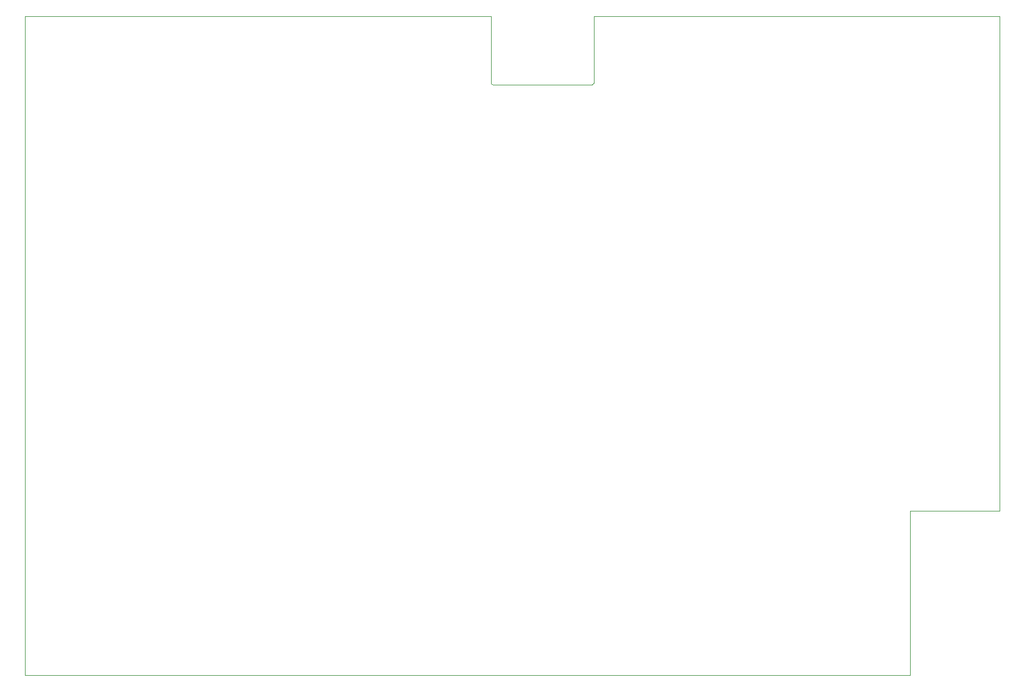
<source format=gbr>
%TF.GenerationSoftware,KiCad,Pcbnew,7.0.8*%
%TF.CreationDate,2023-12-19T12:05:06+02:00*%
%TF.ProjectId,serial_io_expander,73657269-616c-45f6-996f-5f657870616e,rev?*%
%TF.SameCoordinates,Original*%
%TF.FileFunction,Profile,NP*%
%FSLAX46Y46*%
G04 Gerber Fmt 4.6, Leading zero omitted, Abs format (unit mm)*
G04 Created by KiCad (PCBNEW 7.0.8) date 2023-12-19 12:05:06*
%MOMM*%
%LPD*%
G01*
G04 APERTURE LIST*
%TA.AperFunction,Profile*%
%ADD10C,0.100000*%
%TD*%
G04 APERTURE END LIST*
D10*
X142630000Y-58910000D02*
X128230000Y-58910000D01*
X142630000Y-58910000D02*
G75*
G03*
X142930000Y-58610000I0J300000D01*
G01*
X127930000Y-58610000D02*
G75*
G03*
X128230000Y-58910000I300000J0D01*
G01*
X60000000Y-145000000D02*
X60000000Y-48935000D01*
X142930000Y-48935000D02*
X202000000Y-48935000D01*
X127930000Y-48935000D02*
X127930000Y-58610000D01*
X202000000Y-48935000D02*
X202000000Y-121000000D01*
X142930000Y-58610000D02*
X142930000Y-48935000D01*
X189000000Y-145000000D02*
X60000000Y-145000000D01*
X189000000Y-121000000D02*
X202000000Y-121000000D01*
X60000000Y-48935000D02*
X127930000Y-48935000D01*
X189000000Y-145000000D02*
X189000000Y-121000000D01*
M02*

</source>
